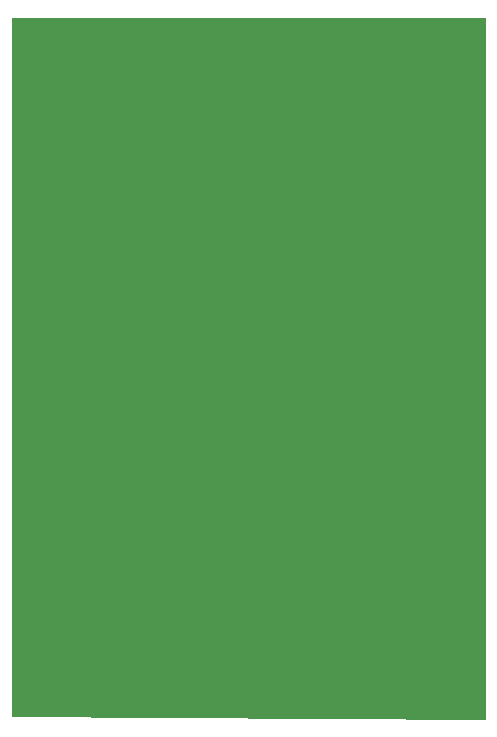
<source format=gbr>
G04 #@! TF.GenerationSoftware,KiCad,Pcbnew,5.1.4*
G04 #@! TF.CreationDate,2023-03-01T06:14:34-07:00*
G04 #@! TF.ProjectId,sleigh,736c6569-6768-42e6-9b69-6361645f7063,rev?*
G04 #@! TF.SameCoordinates,Original*
G04 #@! TF.FileFunction,Soldermask,Bot*
G04 #@! TF.FilePolarity,Negative*
%FSLAX46Y46*%
G04 Gerber Fmt 4.6, Leading zero omitted, Abs format (unit mm)*
G04 Created by KiCad (PCBNEW 5.1.4) date 2023-03-01 06:14:34*
%MOMM*%
%LPD*%
G04 APERTURE LIST*
%ADD10C,0.100000*%
G04 APERTURE END LIST*
D10*
G36*
X172400000Y-129810000D02*
G01*
X132400000Y-129610000D01*
X132400000Y-70500000D01*
X172400000Y-70500000D01*
X172400000Y-129810000D01*
G37*
X172400000Y-129810000D02*
X132400000Y-129610000D01*
X132400000Y-70500000D01*
X172400000Y-70500000D01*
X172400000Y-129810000D01*
G36*
X160609503Y-83416665D02*
G01*
X160977301Y-83569012D01*
X160977303Y-83569013D01*
X161143930Y-83680350D01*
X161308312Y-83790186D01*
X161589814Y-84071688D01*
X161810988Y-84402699D01*
X161963335Y-84770497D01*
X162041000Y-85160948D01*
X162041000Y-85559052D01*
X161963335Y-85949503D01*
X161810988Y-86317301D01*
X161810987Y-86317303D01*
X161589813Y-86648313D01*
X161308313Y-86929813D01*
X160977303Y-87150987D01*
X160977302Y-87150988D01*
X160977301Y-87150988D01*
X160609503Y-87303335D01*
X160219052Y-87381000D01*
X159820948Y-87381000D01*
X159430497Y-87303335D01*
X159062699Y-87150988D01*
X159062698Y-87150988D01*
X159062697Y-87150987D01*
X158731687Y-86929813D01*
X158450187Y-86648313D01*
X158229013Y-86317303D01*
X158229012Y-86317301D01*
X158076665Y-85949503D01*
X157999000Y-85559052D01*
X157999000Y-85160948D01*
X158076665Y-84770497D01*
X158229012Y-84402699D01*
X158450186Y-84071688D01*
X158731688Y-83790186D01*
X158896070Y-83680350D01*
X159062697Y-83569013D01*
X159062699Y-83569012D01*
X159430497Y-83416665D01*
X159820948Y-83339000D01*
X160219052Y-83339000D01*
X160609503Y-83416665D01*
X160609503Y-83416665D01*
G37*
G36*
X145369503Y-83416665D02*
G01*
X145737301Y-83569012D01*
X145737303Y-83569013D01*
X145903930Y-83680350D01*
X146068312Y-83790186D01*
X146349814Y-84071688D01*
X146570988Y-84402699D01*
X146723335Y-84770497D01*
X146801000Y-85160948D01*
X146801000Y-85559052D01*
X146723335Y-85949503D01*
X146570988Y-86317301D01*
X146570987Y-86317303D01*
X146349813Y-86648313D01*
X146068313Y-86929813D01*
X145737303Y-87150987D01*
X145737302Y-87150988D01*
X145737301Y-87150988D01*
X145369503Y-87303335D01*
X144979052Y-87381000D01*
X144580948Y-87381000D01*
X144190497Y-87303335D01*
X143822699Y-87150988D01*
X143822698Y-87150988D01*
X143822697Y-87150987D01*
X143491687Y-86929813D01*
X143210187Y-86648313D01*
X142989013Y-86317303D01*
X142989012Y-86317301D01*
X142836665Y-85949503D01*
X142759000Y-85559052D01*
X142759000Y-85160948D01*
X142836665Y-84770497D01*
X142989012Y-84402699D01*
X143210186Y-84071688D01*
X143491688Y-83790186D01*
X143656070Y-83680350D01*
X143822697Y-83569013D01*
X143822699Y-83569012D01*
X144190497Y-83416665D01*
X144580948Y-83339000D01*
X144979052Y-83339000D01*
X145369503Y-83416665D01*
X145369503Y-83416665D01*
G37*
M02*

</source>
